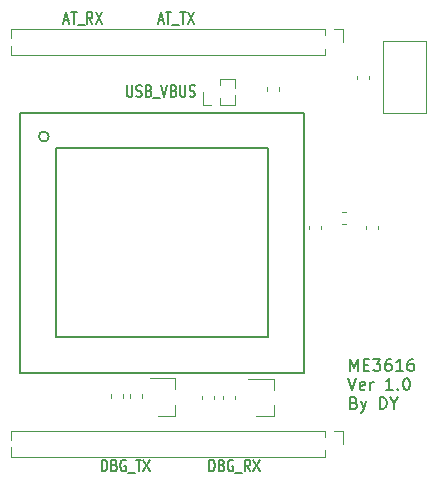
<source format=gbr>
G04 #@! TF.GenerationSoftware,KiCad,Pcbnew,5.99.0-unknown-d20d310~86~ubuntu18.04.1*
G04 #@! TF.CreationDate,2019-12-20T15:33:37-05:00*
G04 #@! TF.ProjectId,me3616_module_board,6d653336-3136-45f6-9d6f-64756c655f62,rev?*
G04 #@! TF.SameCoordinates,Original*
G04 #@! TF.FileFunction,Legend,Top*
G04 #@! TF.FilePolarity,Positive*
%FSLAX46Y46*%
G04 Gerber Fmt 4.6, Leading zero omitted, Abs format (unit mm)*
G04 Created by KiCad (PCBNEW 5.99.0-unknown-d20d310~86~ubuntu18.04.1) date 2019-12-20 15:33:37*
%MOMM*%
%LPD*%
G04 APERTURE LIST*
%ADD10C,0.150000*%
%ADD11C,0.120000*%
G04 APERTURE END LIST*
D10*
X133442857Y-86652380D02*
X133442857Y-87461904D01*
X133480952Y-87557142D01*
X133519047Y-87604761D01*
X133595238Y-87652380D01*
X133747619Y-87652380D01*
X133823809Y-87604761D01*
X133861904Y-87557142D01*
X133900000Y-87461904D01*
X133900000Y-86652380D01*
X134242857Y-87604761D02*
X134357142Y-87652380D01*
X134547619Y-87652380D01*
X134623809Y-87604761D01*
X134661904Y-87557142D01*
X134700000Y-87461904D01*
X134700000Y-87366666D01*
X134661904Y-87271428D01*
X134623809Y-87223809D01*
X134547619Y-87176190D01*
X134395238Y-87128571D01*
X134319047Y-87080952D01*
X134280952Y-87033333D01*
X134242857Y-86938095D01*
X134242857Y-86842857D01*
X134280952Y-86747619D01*
X134319047Y-86700000D01*
X134395238Y-86652380D01*
X134585714Y-86652380D01*
X134700000Y-86700000D01*
X135309523Y-87128571D02*
X135423809Y-87176190D01*
X135461904Y-87223809D01*
X135500000Y-87319047D01*
X135500000Y-87461904D01*
X135461904Y-87557142D01*
X135423809Y-87604761D01*
X135347619Y-87652380D01*
X135042857Y-87652380D01*
X135042857Y-86652380D01*
X135309523Y-86652380D01*
X135385714Y-86700000D01*
X135423809Y-86747619D01*
X135461904Y-86842857D01*
X135461904Y-86938095D01*
X135423809Y-87033333D01*
X135385714Y-87080952D01*
X135309523Y-87128571D01*
X135042857Y-87128571D01*
X135652380Y-87747619D02*
X136261904Y-87747619D01*
X136338095Y-86652380D02*
X136604761Y-87652380D01*
X136871428Y-86652380D01*
X137404761Y-87128571D02*
X137519047Y-87176190D01*
X137557142Y-87223809D01*
X137595238Y-87319047D01*
X137595238Y-87461904D01*
X137557142Y-87557142D01*
X137519047Y-87604761D01*
X137442857Y-87652380D01*
X137138095Y-87652380D01*
X137138095Y-86652380D01*
X137404761Y-86652380D01*
X137480952Y-86700000D01*
X137519047Y-86747619D01*
X137557142Y-86842857D01*
X137557142Y-86938095D01*
X137519047Y-87033333D01*
X137480952Y-87080952D01*
X137404761Y-87128571D01*
X137138095Y-87128571D01*
X137938095Y-86652380D02*
X137938095Y-87461904D01*
X137976190Y-87557142D01*
X138014285Y-87604761D01*
X138090476Y-87652380D01*
X138242857Y-87652380D01*
X138319047Y-87604761D01*
X138357142Y-87557142D01*
X138395238Y-87461904D01*
X138395238Y-86652380D01*
X138738095Y-87604761D02*
X138852380Y-87652380D01*
X139042857Y-87652380D01*
X139119047Y-87604761D01*
X139157142Y-87557142D01*
X139195238Y-87461904D01*
X139195238Y-87366666D01*
X139157142Y-87271428D01*
X139119047Y-87223809D01*
X139042857Y-87176190D01*
X138890476Y-87128571D01*
X138814285Y-87080952D01*
X138776190Y-87033333D01*
X138738095Y-86938095D01*
X138738095Y-86842857D01*
X138776190Y-86747619D01*
X138814285Y-86700000D01*
X138890476Y-86652380D01*
X139080952Y-86652380D01*
X139195238Y-86700000D01*
X152335595Y-110842380D02*
X152335595Y-109842380D01*
X152668928Y-110556666D01*
X153002261Y-109842380D01*
X153002261Y-110842380D01*
X153478452Y-110318571D02*
X153811785Y-110318571D01*
X153954642Y-110842380D02*
X153478452Y-110842380D01*
X153478452Y-109842380D01*
X153954642Y-109842380D01*
X154287976Y-109842380D02*
X154907023Y-109842380D01*
X154573690Y-110223333D01*
X154716547Y-110223333D01*
X154811785Y-110270952D01*
X154859404Y-110318571D01*
X154907023Y-110413809D01*
X154907023Y-110651904D01*
X154859404Y-110747142D01*
X154811785Y-110794761D01*
X154716547Y-110842380D01*
X154430833Y-110842380D01*
X154335595Y-110794761D01*
X154287976Y-110747142D01*
X155764166Y-109842380D02*
X155573690Y-109842380D01*
X155478452Y-109890000D01*
X155430833Y-109937619D01*
X155335595Y-110080476D01*
X155287976Y-110270952D01*
X155287976Y-110651904D01*
X155335595Y-110747142D01*
X155383214Y-110794761D01*
X155478452Y-110842380D01*
X155668928Y-110842380D01*
X155764166Y-110794761D01*
X155811785Y-110747142D01*
X155859404Y-110651904D01*
X155859404Y-110413809D01*
X155811785Y-110318571D01*
X155764166Y-110270952D01*
X155668928Y-110223333D01*
X155478452Y-110223333D01*
X155383214Y-110270952D01*
X155335595Y-110318571D01*
X155287976Y-110413809D01*
X156811785Y-110842380D02*
X156240357Y-110842380D01*
X156526071Y-110842380D02*
X156526071Y-109842380D01*
X156430833Y-109985238D01*
X156335595Y-110080476D01*
X156240357Y-110128095D01*
X157668928Y-109842380D02*
X157478452Y-109842380D01*
X157383214Y-109890000D01*
X157335595Y-109937619D01*
X157240357Y-110080476D01*
X157192738Y-110270952D01*
X157192738Y-110651904D01*
X157240357Y-110747142D01*
X157287976Y-110794761D01*
X157383214Y-110842380D01*
X157573690Y-110842380D01*
X157668928Y-110794761D01*
X157716547Y-110747142D01*
X157764166Y-110651904D01*
X157764166Y-110413809D01*
X157716547Y-110318571D01*
X157668928Y-110270952D01*
X157573690Y-110223333D01*
X157383214Y-110223333D01*
X157287976Y-110270952D01*
X157240357Y-110318571D01*
X157192738Y-110413809D01*
X152192738Y-111452380D02*
X152526071Y-112452380D01*
X152859404Y-111452380D01*
X153573690Y-112404761D02*
X153478452Y-112452380D01*
X153287976Y-112452380D01*
X153192738Y-112404761D01*
X153145119Y-112309523D01*
X153145119Y-111928571D01*
X153192738Y-111833333D01*
X153287976Y-111785714D01*
X153478452Y-111785714D01*
X153573690Y-111833333D01*
X153621309Y-111928571D01*
X153621309Y-112023809D01*
X153145119Y-112119047D01*
X154049880Y-112452380D02*
X154049880Y-111785714D01*
X154049880Y-111976190D02*
X154097500Y-111880952D01*
X154145119Y-111833333D01*
X154240357Y-111785714D01*
X154335595Y-111785714D01*
X155954642Y-112452380D02*
X155383214Y-112452380D01*
X155668928Y-112452380D02*
X155668928Y-111452380D01*
X155573690Y-111595238D01*
X155478452Y-111690476D01*
X155383214Y-111738095D01*
X156383214Y-112357142D02*
X156430833Y-112404761D01*
X156383214Y-112452380D01*
X156335595Y-112404761D01*
X156383214Y-112357142D01*
X156383214Y-112452380D01*
X157049880Y-111452380D02*
X157145119Y-111452380D01*
X157240357Y-111500000D01*
X157287976Y-111547619D01*
X157335595Y-111642857D01*
X157383214Y-111833333D01*
X157383214Y-112071428D01*
X157335595Y-112261904D01*
X157287976Y-112357142D01*
X157240357Y-112404761D01*
X157145119Y-112452380D01*
X157049880Y-112452380D01*
X156954642Y-112404761D01*
X156907023Y-112357142D01*
X156859404Y-112261904D01*
X156811785Y-112071428D01*
X156811785Y-111833333D01*
X156859404Y-111642857D01*
X156907023Y-111547619D01*
X156954642Y-111500000D01*
X157049880Y-111452380D01*
X152668928Y-113538571D02*
X152811785Y-113586190D01*
X152859404Y-113633809D01*
X152907023Y-113729047D01*
X152907023Y-113871904D01*
X152859404Y-113967142D01*
X152811785Y-114014761D01*
X152716547Y-114062380D01*
X152335595Y-114062380D01*
X152335595Y-113062380D01*
X152668928Y-113062380D01*
X152764166Y-113110000D01*
X152811785Y-113157619D01*
X152859404Y-113252857D01*
X152859404Y-113348095D01*
X152811785Y-113443333D01*
X152764166Y-113490952D01*
X152668928Y-113538571D01*
X152335595Y-113538571D01*
X153240357Y-113395714D02*
X153478452Y-114062380D01*
X153716547Y-113395714D02*
X153478452Y-114062380D01*
X153383214Y-114300476D01*
X153335595Y-114348095D01*
X153240357Y-114395714D01*
X154859404Y-114062380D02*
X154859404Y-113062380D01*
X155097500Y-113062380D01*
X155240357Y-113110000D01*
X155335595Y-113205238D01*
X155383214Y-113300476D01*
X155430833Y-113490952D01*
X155430833Y-113633809D01*
X155383214Y-113824285D01*
X155335595Y-113919523D01*
X155240357Y-114014761D01*
X155097500Y-114062380D01*
X154859404Y-114062380D01*
X156049880Y-113586190D02*
X156049880Y-114062380D01*
X155716547Y-113062380D02*
X156049880Y-113586190D01*
X156383214Y-113062380D01*
X131300000Y-119352380D02*
X131300000Y-118352380D01*
X131490476Y-118352380D01*
X131604761Y-118400000D01*
X131680952Y-118495238D01*
X131719047Y-118590476D01*
X131757142Y-118780952D01*
X131757142Y-118923809D01*
X131719047Y-119114285D01*
X131680952Y-119209523D01*
X131604761Y-119304761D01*
X131490476Y-119352380D01*
X131300000Y-119352380D01*
X132366666Y-118828571D02*
X132480952Y-118876190D01*
X132519047Y-118923809D01*
X132557142Y-119019047D01*
X132557142Y-119161904D01*
X132519047Y-119257142D01*
X132480952Y-119304761D01*
X132404761Y-119352380D01*
X132100000Y-119352380D01*
X132100000Y-118352380D01*
X132366666Y-118352380D01*
X132442857Y-118400000D01*
X132480952Y-118447619D01*
X132519047Y-118542857D01*
X132519047Y-118638095D01*
X132480952Y-118733333D01*
X132442857Y-118780952D01*
X132366666Y-118828571D01*
X132100000Y-118828571D01*
X133319047Y-118400000D02*
X133242857Y-118352380D01*
X133128571Y-118352380D01*
X133014285Y-118400000D01*
X132938095Y-118495238D01*
X132900000Y-118590476D01*
X132861904Y-118780952D01*
X132861904Y-118923809D01*
X132900000Y-119114285D01*
X132938095Y-119209523D01*
X133014285Y-119304761D01*
X133128571Y-119352380D01*
X133204761Y-119352380D01*
X133319047Y-119304761D01*
X133357142Y-119257142D01*
X133357142Y-118923809D01*
X133204761Y-118923809D01*
X133509523Y-119447619D02*
X134119047Y-119447619D01*
X134195238Y-118352380D02*
X134652380Y-118352380D01*
X134423809Y-119352380D02*
X134423809Y-118352380D01*
X134842857Y-118352380D02*
X135376190Y-119352380D01*
X135376190Y-118352380D02*
X134842857Y-119352380D01*
X140404761Y-119352380D02*
X140404761Y-118352380D01*
X140595238Y-118352380D01*
X140709523Y-118400000D01*
X140785714Y-118495238D01*
X140823809Y-118590476D01*
X140861904Y-118780952D01*
X140861904Y-118923809D01*
X140823809Y-119114285D01*
X140785714Y-119209523D01*
X140709523Y-119304761D01*
X140595238Y-119352380D01*
X140404761Y-119352380D01*
X141471428Y-118828571D02*
X141585714Y-118876190D01*
X141623809Y-118923809D01*
X141661904Y-119019047D01*
X141661904Y-119161904D01*
X141623809Y-119257142D01*
X141585714Y-119304761D01*
X141509523Y-119352380D01*
X141204761Y-119352380D01*
X141204761Y-118352380D01*
X141471428Y-118352380D01*
X141547619Y-118400000D01*
X141585714Y-118447619D01*
X141623809Y-118542857D01*
X141623809Y-118638095D01*
X141585714Y-118733333D01*
X141547619Y-118780952D01*
X141471428Y-118828571D01*
X141204761Y-118828571D01*
X142423809Y-118400000D02*
X142347619Y-118352380D01*
X142233333Y-118352380D01*
X142119047Y-118400000D01*
X142042857Y-118495238D01*
X142004761Y-118590476D01*
X141966666Y-118780952D01*
X141966666Y-118923809D01*
X142004761Y-119114285D01*
X142042857Y-119209523D01*
X142119047Y-119304761D01*
X142233333Y-119352380D01*
X142309523Y-119352380D01*
X142423809Y-119304761D01*
X142461904Y-119257142D01*
X142461904Y-118923809D01*
X142309523Y-118923809D01*
X142614285Y-119447619D02*
X143223809Y-119447619D01*
X143871428Y-119352380D02*
X143604761Y-118876190D01*
X143414285Y-119352380D02*
X143414285Y-118352380D01*
X143719047Y-118352380D01*
X143795238Y-118400000D01*
X143833333Y-118447619D01*
X143871428Y-118542857D01*
X143871428Y-118685714D01*
X143833333Y-118780952D01*
X143795238Y-118828571D01*
X143719047Y-118876190D01*
X143414285Y-118876190D01*
X144138095Y-118352380D02*
X144671428Y-119352380D01*
X144671428Y-118352380D02*
X144138095Y-119352380D01*
X128119047Y-81166666D02*
X128500000Y-81166666D01*
X128042857Y-81452380D02*
X128309523Y-80452380D01*
X128576190Y-81452380D01*
X128728571Y-80452380D02*
X129185714Y-80452380D01*
X128957142Y-81452380D02*
X128957142Y-80452380D01*
X129261904Y-81547619D02*
X129871428Y-81547619D01*
X130519047Y-81452380D02*
X130252380Y-80976190D01*
X130061904Y-81452380D02*
X130061904Y-80452380D01*
X130366666Y-80452380D01*
X130442857Y-80500000D01*
X130480952Y-80547619D01*
X130519047Y-80642857D01*
X130519047Y-80785714D01*
X130480952Y-80880952D01*
X130442857Y-80928571D01*
X130366666Y-80976190D01*
X130061904Y-80976190D01*
X130785714Y-80452380D02*
X131319047Y-81452380D01*
X131319047Y-80452380D02*
X130785714Y-81452380D01*
X136114285Y-81166666D02*
X136495238Y-81166666D01*
X136038095Y-81452380D02*
X136304761Y-80452380D01*
X136571428Y-81452380D01*
X136723809Y-80452380D02*
X137180952Y-80452380D01*
X136952380Y-81452380D02*
X136952380Y-80452380D01*
X137257142Y-81547619D02*
X137866666Y-81547619D01*
X137942857Y-80452380D02*
X138400000Y-80452380D01*
X138171428Y-81452380D02*
X138171428Y-80452380D01*
X138590476Y-80452380D02*
X139123809Y-81452380D01*
X139123809Y-80452380D02*
X138590476Y-81452380D01*
D11*
X146310000Y-86837221D02*
X146310000Y-87162779D01*
X145290000Y-86837221D02*
X145290000Y-87162779D01*
X158760000Y-82890000D02*
X158760000Y-89010000D01*
X158760000Y-89010000D02*
X155140000Y-89010000D01*
X155140000Y-82890000D02*
X158760000Y-82890000D01*
X155140000Y-89010000D02*
X155140000Y-82890000D01*
D10*
X124400000Y-111000000D02*
X124400000Y-89000000D01*
X148400000Y-111000000D02*
X124400000Y-111000000D01*
X148400000Y-89000000D02*
X148400000Y-111000000D01*
X124400000Y-89000000D02*
X148400000Y-89000000D01*
X126824264Y-91000000D02*
G75*
G03X126824264Y-91000000I-424264J0D01*
G01*
X127400000Y-108000000D02*
X127400000Y-92000000D01*
X145400000Y-108000000D02*
X127400000Y-108000000D01*
X145400000Y-92000000D02*
X145400000Y-108000000D01*
X127400000Y-92000000D02*
X145400000Y-92000000D01*
D11*
X133671250Y-113112779D02*
X133671250Y-112787221D01*
X134691250Y-113112779D02*
X134691250Y-112787221D01*
X133091250Y-112787221D02*
X133091250Y-113112779D01*
X132071250Y-112787221D02*
X132071250Y-113112779D01*
X141590000Y-113262779D02*
X141590000Y-112937221D01*
X142610000Y-113262779D02*
X142610000Y-112937221D01*
X140810000Y-112937221D02*
X140810000Y-113262779D01*
X139790000Y-112937221D02*
X139790000Y-113262779D01*
X151962779Y-98410000D02*
X151637221Y-98410000D01*
X151962779Y-97390000D02*
X151637221Y-97390000D01*
X145860000Y-114680000D02*
X145860000Y-113750000D01*
X145860000Y-111520000D02*
X145860000Y-112450000D01*
X145860000Y-111520000D02*
X143700000Y-111520000D01*
X145860000Y-114680000D02*
X144400000Y-114680000D01*
X137541250Y-114630000D02*
X137541250Y-113700000D01*
X137541250Y-111470000D02*
X137541250Y-112400000D01*
X137541250Y-111470000D02*
X135381250Y-111470000D01*
X137541250Y-114630000D02*
X136081250Y-114630000D01*
X123635000Y-115890000D02*
X123635000Y-116692470D01*
X123635000Y-117307530D02*
X123635000Y-118110000D01*
X150240000Y-115890000D02*
X123635000Y-115890000D01*
X150240000Y-118110000D02*
X123635000Y-118110000D01*
X150240000Y-115890000D02*
X150240000Y-116436529D01*
X150240000Y-117563471D02*
X150240000Y-118110000D01*
X151000000Y-115890000D02*
X151760000Y-115890000D01*
X151760000Y-115890000D02*
X151760000Y-117000000D01*
X123635000Y-81890000D02*
X123635000Y-82692470D01*
X123635000Y-83307530D02*
X123635000Y-84110000D01*
X150240000Y-81890000D02*
X123635000Y-81890000D01*
X150240000Y-84110000D02*
X123635000Y-84110000D01*
X150240000Y-81890000D02*
X150240000Y-82436529D01*
X150240000Y-83563471D02*
X150240000Y-84110000D01*
X151000000Y-81890000D02*
X151760000Y-81890000D01*
X151760000Y-81890000D02*
X151760000Y-83000000D01*
X142565000Y-88310000D02*
X142565000Y-87507530D01*
X142565000Y-86892470D02*
X142565000Y-86090000D01*
X141360000Y-88310000D02*
X142565000Y-88310000D01*
X141360000Y-86090000D02*
X142565000Y-86090000D01*
X141360000Y-88310000D02*
X141360000Y-87763471D01*
X141360000Y-86636529D02*
X141360000Y-86090000D01*
X140600000Y-88310000D02*
X139840000Y-88310000D01*
X139840000Y-88310000D02*
X139840000Y-87200000D01*
X153910000Y-85837221D02*
X153910000Y-86162779D01*
X152890000Y-85837221D02*
X152890000Y-86162779D01*
X154710000Y-98537221D02*
X154710000Y-98862779D01*
X153690000Y-98537221D02*
X153690000Y-98862779D01*
X149910000Y-98537221D02*
X149910000Y-98862779D01*
X148890000Y-98537221D02*
X148890000Y-98862779D01*
M02*

</source>
